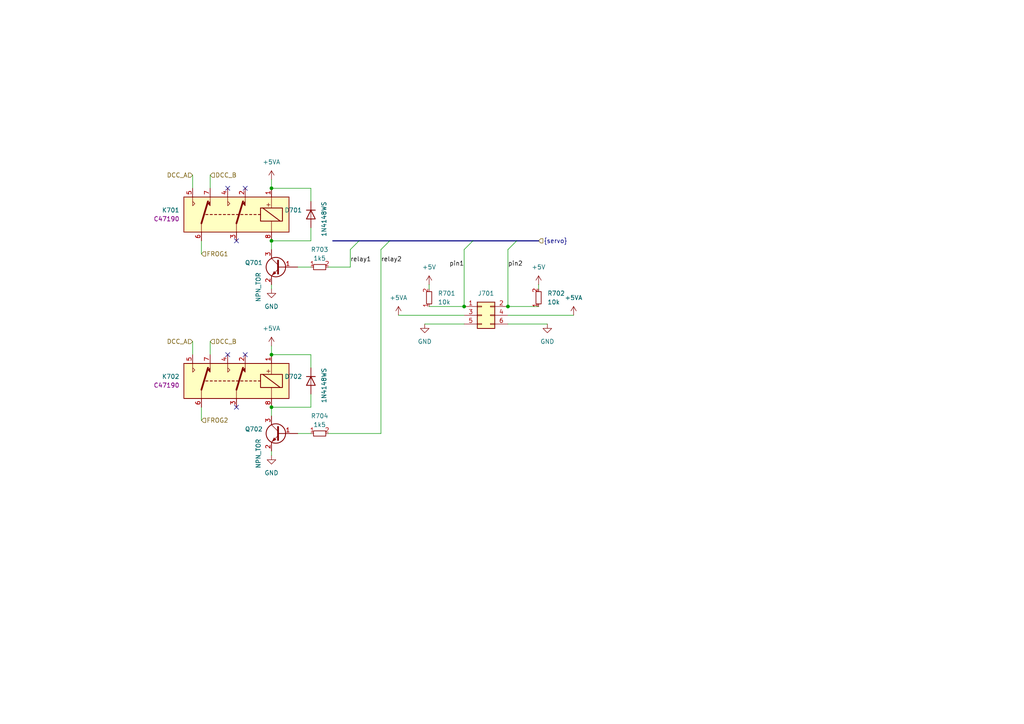
<source format=kicad_sch>
(kicad_sch (version 20231120) (generator "eeschema") (generator_version "8.0")
  (paper "A4")
  (lib_symbols
    (symbol "Connector_Generic:Conn_02x03_Odd_Even" (pin_names (offset 1.016) hide)
      (property "Reference" "J" (at 1.27 5.08 0))
      (property "Value" "Conn_02x03_Odd_Even" (at 1.27 -5.08 0))
      (symbol "Conn_02x03_Odd_Even_1_1"
        (rectangle (start -1.27 -2.413) (end 0 -2.667) (stroke (width 0.1524)))
        (rectangle (start -1.27 0.127) (end 0 -0.127) (stroke (width 0.1524)))
        (rectangle (start -1.27 2.667) (end 0 2.413) (stroke (width 0.1524)))
        (rectangle (start -1.27 3.81) (end 3.81 -3.81) (stroke (width 0.254)) (fill (type background)))
        (rectangle (start 3.81 -2.413) (end 2.54 -2.667) (stroke (width 0.1524)))
        (rectangle (start 3.81 0.127) (end 2.54 -0.127) (stroke (width 0.1524)))
        (rectangle (start 3.81 2.667) (end 2.54 2.413) (stroke (width 0.1524)))
        (pin passive line (at -5.08 2.54 0) (length 3.81) (name "Pin_1") (number "1"))
        (pin passive line (at 7.62 2.54 180) (length 3.81) (name "Pin_2") (number "2"))
        (pin passive line (at -5.08 0 0) (length 3.81) (name "Pin_3") (number "3"))
        (pin passive line (at 7.62 0 180) (length 3.81) (name "Pin_4") (number "4"))
        (pin passive line (at -5.08 -2.54 0) (length 3.81) (name "Pin_5") (number "5"))
        (pin passive line (at 7.62 -2.54 180) (length 3.81) (name "Pin_6") (number "6"))
      )
    )
    (symbol "custom_kicad_lib_sk:1N4148WS" (pin_numbers hide) (pin_names hide)
      (property "Reference" "D" (at 0 2.54 0))
      (property "Value" "1N4148WS" (at 0 -2.54 0))
      (symbol "1N4148WS_0_1"
        (polyline (pts (xy -1.27 1.27) (xy -1.27 -1.27)) (stroke (width 0.254)))
        (polyline (pts (xy 1.27 0) (xy -1.27 0)))
        (polyline (pts (xy 1.27 1.27) (xy 1.27 -1.27) (xy -1.27 0) (xy 1.27 1.27)) (stroke (width 0.254)))
      )
      (symbol "1N4148WS_1_1"
        (pin passive line (at -3.81 0 0) (length 2.54) (name "K") (number "1"))
        (pin passive line (at 3.81 0 180) (length 2.54) (name "A") (number "2"))
      )
    )
    (symbol "custom_kicad_lib_sk:G6K-2"
      (property "Reference" "K" (at 16.51 3.81 0))
      (property "JLCPCB Part#" "C47190" (at 0 0 0))
      (symbol "G6K-2_0_0"
        (text "+" (at -9.271 2.921 0) (effects (font (size 1.27 1.27))))
      )
      (symbol "G6K-2_0_1"
        (rectangle (start -15.24 5.08) (end 15.24 -5.08) (stroke (width 0.254)) (fill (type background)))
        (rectangle (start -13.335 1.905) (end -6.985 -1.905) (stroke (width 0.254)))
        (polyline (pts (xy -12.7 -1.905) (xy -7.62 1.905)) (stroke (width 0.254)))
        (polyline (pts (xy -10.16 -5.08) (xy -10.16 -1.905)))
        (polyline (pts (xy -10.16 5.08) (xy -10.16 1.905)))
        (polyline (pts (xy -6.985 0) (xy -6.35 0)) (stroke (width 0.254)))
        (polyline (pts (xy -5.715 0) (xy -5.08 0)) (stroke (width 0.254)))
        (polyline (pts (xy -4.445 0) (xy -3.81 0)) (stroke (width 0.254)))
        (polyline (pts (xy -3.175 0) (xy -2.54 0)) (stroke (width 0.254)))
        (polyline (pts (xy -1.905 0) (xy -1.27 0)) (stroke (width 0.254)))
        (polyline (pts (xy -0.635 0) (xy 0 0)) (stroke (width 0.254)))
        (polyline (pts (xy 0 -2.54) (xy -1.905 3.81)) (stroke (width 0.508)))
        (polyline (pts (xy 0 -2.54) (xy 0 -5.08)))
        (polyline (pts (xy 0.635 0) (xy 1.27 0)) (stroke (width 0.254)))
        (polyline (pts (xy 1.905 0) (xy 2.54 0)) (stroke (width 0.254)))
        (polyline (pts (xy 3.175 0) (xy 3.81 0)) (stroke (width 0.254)))
        (polyline (pts (xy 4.445 0) (xy 5.08 0)) (stroke (width 0.254)))
        (polyline (pts (xy 5.715 0) (xy 6.35 0)) (stroke (width 0.254)))
        (polyline (pts (xy 6.985 0) (xy 7.62 0)) (stroke (width 0.254)))
        (polyline (pts (xy 8.255 0) (xy 8.89 0)) (stroke (width 0.254)))
        (polyline (pts (xy 10.16 -2.54) (xy 8.255 3.81)) (stroke (width 0.508)))
        (polyline (pts (xy 10.16 -2.54) (xy 10.16 -5.08)))
        (polyline (pts (xy -2.54 5.08) (xy -2.54 2.54) (xy -1.905 3.175) (xy -2.54 3.81)) (fill (type outline)))
        (polyline (pts (xy 2.54 5.08) (xy 2.54 2.54) (xy 1.905 3.175) (xy 2.54 3.81)))
        (polyline (pts (xy 7.62 5.08) (xy 7.62 2.54) (xy 8.255 3.175) (xy 7.62 3.81)) (fill (type outline)))
        (polyline (pts (xy 12.7 5.08) (xy 12.7 2.54) (xy 12.065 3.175) (xy 12.7 3.81)))
      )
      (symbol "G6K-2_1_1"
        (pin passive line (at -10.16 7.62 270) (length 2.54) (name "~") (number "1"))
        (pin passive line (at -2.54 7.62 270) (length 2.54) (name "~") (number "2"))
        (pin passive line (at 0 -7.62 90) (length 2.54) (name "~") (number "3"))
        (pin passive line (at 2.54 7.62 270) (length 2.54) (name "~") (number "4"))
        (pin passive line (at 12.7 7.62 270) (length 2.54) (name "~") (number "5"))
        (pin passive line (at 10.16 -7.62 90) (length 2.54) (name "~") (number "6"))
        (pin passive line (at 7.62 7.62 270) (length 2.54) (name "~") (number "7"))
        (pin passive line (at -10.16 -7.62 90) (length 2.54) (name "~") (number "8"))
      )
    )
    (symbol "custom_kicad_lib_sk:NPN_TOR" (pin_names (offset 0) hide)
      (property "Reference" "Q" (at 5.08 1.905 0))
      (property "Value" "NPN_TOR" (at 5.08 0 0))
      (symbol "NPN_TOR_0_1"
        (polyline (pts (xy 0.635 0.635) (xy 2.54 2.54)))
        (polyline (pts (xy 0.635 -0.635) (xy 2.54 -2.54) (xy 2.54 -2.54)))
        (polyline (pts (xy 0.635 1.905) (xy 0.635 -1.905) (xy 0.635 -1.905)) (stroke (width 0.508)))
        (polyline (pts (xy 1.27 -1.778) (xy 1.778 -1.27) (xy 2.286 -2.286) (xy 1.27 -1.778) (xy 1.27 -1.778)) (fill (type outline)))
        (circle (center 1.27 0) (radius 2.8194) (stroke (width 0.254)))
      )
      (symbol "NPN_TOR_1_1"
        (pin input line (at -5.08 0 0) (length 5.715) (name "B") (number "1"))
        (pin passive line (at 2.54 -5.08 90) (length 2.54) (name "E") (number "2"))
        (pin passive line (at 2.54 5.08 270) (length 2.54) (name "C") (number "3"))
      )
    )
    (symbol "power:+5V" (power) (pin_numbers hide) (pin_names (offset 0) hide)
      (property "Value" "+5V" (at 0 3.556 0))
      (symbol "+5V_0_1"
        (polyline (pts (xy -0.762 1.27) (xy 0 2.54)))
        (polyline (pts (xy 0 0) (xy 0 2.54)))
        (polyline (pts (xy 0 2.54) (xy 0.762 1.27)))
      )
      (symbol "+5V_1_1"
        (pin power_in line (at 0 0 90) (length 0) (name "~") (number "1"))
      )
    )
    (symbol "power:+5VA" (power) (pin_names (offset 0))
      (property "Value" "+5VA" (at 0 3.556 0))
      (symbol "+5VA_0_1"
        (polyline (pts (xy -0.762 1.27) (xy 0 2.54)))
        (polyline (pts (xy 0 0) (xy 0 2.54)))
        (polyline (pts (xy 0 2.54) (xy 0.762 1.27)))
      )
      (symbol "+5VA_1_1"
        (pin power_in line (at 0 0 90) (length 0) hide (name "+5VA") (number "1"))
      )
    )
    (symbol "power:GND" (power) (pin_names (offset 0))
      (property "Value" "GND" (at 0 -3.81 0))
      (symbol "GND_0_1"
        (polyline (pts (xy 0 0) (xy 0 -1.27) (xy 1.27 -1.27) (xy 0 -2.54) (xy -1.27 -1.27) (xy 0 -1.27)))
      )
      (symbol "GND_1_1"
        (pin power_in line (at 0 0 270) (length 0) hide (name "GND") (number "1"))
      )
    )
    (symbol "resistors_0603:R_10k_0603"
      (property "Reference" "R" (at 1.27 2.54 0))
      (property "Value" "10k" (at 2.54 -2.54 0))
      (symbol "R_10k_0603_0_1"
        (rectangle (start -0.762 1.778) (end 0.762 -1.778) (stroke (width 0.2032)))
      )
      (symbol "R_10k_0603_1_1"
        (pin passive line (at 0 2.54 270) (length 0.762) (name "~") (number "1"))
        (pin passive line (at 0 -2.54 90) (length 0.762) (name "~") (number "2"))
      )
    )
    (symbol "resistors_0603:R_1k5_0603"
      (property "Reference" "R" (at 1.27 2.54 0))
      (property "Value" "1k5" (at 2.54 -2.54 0))
      (symbol "R_1k5_0603_0_1"
        (rectangle (start -0.762 1.778) (end 0.762 -1.778) (stroke (width 0.2032)))
      )
      (symbol "R_1k5_0603_1_1"
        (pin passive line (at 0 2.54 270) (length 0.762) (name "~") (number "1"))
        (pin passive line (at 0 -2.54 90) (length 0.762) (name "~") (number "2"))
      )
    )
  )
  (junction (at 147.32 88.9))
  (junction (at 78.74 118.11))
  (junction (at 78.74 54.61))
  (junction (at 134.62 88.9))
  (junction (at 78.74 69.85))
  (junction (at 78.74 102.87))
  (no_connect (at 66.04 54.61))
  (no_connect (at 68.58 69.85))
  (no_connect (at 71.12 54.61))
  (no_connect (at 68.58 118.11))
  (no_connect (at 66.04 102.87))
  (no_connect (at 71.12 102.87))
  (bus_entry (at 104.14 69.85) (size -2.54 2.54))
  (bus_entry (at 113.03 69.85) (size -2.54 2.54))
  (bus_entry (at 149.86 69.85) (size -2.54 2.54))
  (bus_entry (at 137.16 69.85) (size -2.54 2.54))
  (wire (pts (xy 134.62 93.98) (xy 123.19 93.98)))
  (wire (pts (xy 78.74 118.11) (xy 78.74 120.65)))
  (wire (pts (xy 134.62 72.39) (xy 134.62 88.9)))
  (wire (pts (xy 58.42 69.85) (xy 58.42 73.66)))
  (wire (pts (xy 147.32 88.9) (xy 156.21 88.9)))
  (wire (pts (xy 90.17 58.42) (xy 90.17 54.61)))
  (wire (pts (xy 124.46 88.9) (xy 134.62 88.9)))
  (wire (pts (xy 156.21 82.55) (xy 156.21 83.82)))
  (bus (pts (xy 104.14 69.85) (xy 113.03 69.85)))
  (wire (pts (xy 60.96 99.06) (xy 60.96 102.87)))
  (wire (pts (xy 86.36 125.73) (xy 90.17 125.73)))
  (wire (pts (xy 78.74 82.55) (xy 78.74 83.82)))
  (wire (pts (xy 124.46 82.55) (xy 124.46 83.82)))
  (bus (pts (xy 137.16 69.85) (xy 149.86 69.85)))
  (wire (pts (xy 115.57 91.44) (xy 134.62 91.44)))
  (wire (pts (xy 78.74 130.81) (xy 78.74 132.08)))
  (bus (pts (xy 96.52 69.85) (xy 104.14 69.85)))
  (wire (pts (xy 95.25 77.47) (xy 101.6 77.47)))
  (wire (pts (xy 147.32 72.39) (xy 147.32 88.9)))
  (wire (pts (xy 147.32 93.98) (xy 158.75 93.98)))
  (wire (pts (xy 95.25 125.73) (xy 110.49 125.73)))
  (wire (pts (xy 78.74 118.11) (xy 90.17 118.11)))
  (wire (pts (xy 110.49 72.39) (xy 110.49 125.73)))
  (wire (pts (xy 90.17 69.85) (xy 90.17 66.04)))
  (wire (pts (xy 58.42 118.11) (xy 58.42 121.92)))
  (wire (pts (xy 90.17 54.61) (xy 78.74 54.61)))
  (wire (pts (xy 78.74 52.07) (xy 78.74 54.61)))
  (wire (pts (xy 101.6 77.47) (xy 101.6 72.39)))
  (wire (pts (xy 86.36 77.47) (xy 90.17 77.47)))
  (wire (pts (xy 90.17 118.11) (xy 90.17 114.3)))
  (wire (pts (xy 90.17 106.68) (xy 90.17 102.87)))
  (bus (pts (xy 149.86 69.85) (xy 156.21 69.85)))
  (wire (pts (xy 60.96 50.8) (xy 60.96 54.61)))
  (wire (pts (xy 78.74 100.33) (xy 78.74 102.87)))
  (wire (pts (xy 78.74 69.85) (xy 78.74 72.39)))
  (wire (pts (xy 78.74 69.85) (xy 90.17 69.85)))
  (wire (pts (xy 55.88 50.8) (xy 55.88 54.61)))
  (bus (pts (xy 113.03 69.85) (xy 137.16 69.85)))
  (wire (pts (xy 90.17 102.87) (xy 78.74 102.87)))
  (wire (pts (xy 55.88 99.06) (xy 55.88 102.87)))
  (wire (pts (xy 166.37 91.44) (xy 147.32 91.44)))
  (label "pin1" (at 134.62 77.47 180))
  (label "pin2" (at 147.32 77.47 0))
  (label "relay2" (at 110.49 76.2 0))
  (label "relay1" (at 101.6 76.2 0))
  (hierarchical_label "DCC_B" (shape input) (at 60.96 50.8 0))
  (hierarchical_label "{servo}" (shape input) (at 156.21 69.85 0))
  (hierarchical_label "FROG1" (shape input) (at 58.42 73.66 0))
  (hierarchical_label "DCC_A" (shape input) (at 55.88 50.8 180))
  (hierarchical_label "DCC_A" (shape input) (at 55.88 99.06 180))
  (hierarchical_label "FROG2" (shape input) (at 58.42 121.92 0))
  (hierarchical_label "DCC_B" (shape input) (at 60.96 99.06 0))
  (symbol (lib_id "resistors_0603:R_1k5_0603") (at 92.71 77.47 90) (unit 1)
    (property "Reference" "R703" (at 92.71 72.39 90))
    (property "Value" "1k5" (at 92.71 74.93 90))
    (property "Footprint" "custom_kicad_lib_sk:R_0603_smalltext" (effects (hide yes)))
    (property "JLCPCB Part#" "C22843" (effects (hide yes)))
    (instances (project "OS-servoDriver_relay" (path "" (reference "R703") (unit 1)) (path "" (reference "R803") (unit 1)) (path "" (reference "R906") (unit 1))))
  )
  (symbol (lib_id "custom_kicad_lib_sk:G6K-2") (at 68.58 110.49 0) (mirror y) (unit 1)
    (property "Reference" "K702" (at 52.07 109.22 0) (effects (justify left)))
    (property "Value" "G6K-2F-Y-TR DC5" (effects (hide yes)))
    (property "Footprint" "Relay_SMD:Relay_DPDT_Omron_G6K-2F-Y" (effects (hide yes)))
    (property "Datasheet" "http://omronfs.omron.com/en_US/ecb/products/pdf/en-g6k.pdf" (effects (hide yes)))
    (property "JLCPCB Part#" "C47190" (at 52.07 111.76 0) (effects (justify left)))
    (instances (project "OS-servoDriver_relay" (path "" (reference "K702") (unit 1)) (path "" (reference "K802") (unit 1)) (path "" (reference "K902") (unit 1))))
  )
  (symbol (lib_id "power:GND") (at 158.75 93.98 0) (unit 1)
    (property "Reference" "#PWR0701" (effects (hide yes)))
    (property "Value" "GND" (at 158.75 99.06 0))
    (instances (project "OS-servoDriver_relay" (path "" (reference "#PWR0701") (unit 1)) (path "" (reference "#PWR0801") (unit 1)) (path "" (reference "#PWR0901") (unit 1))))
  )
  (symbol (lib_id "power:+5VA") (at 166.37 91.44 0) (mirror y) (unit 1)
    (property "Reference" "#PWR0704" (effects (hide yes)))
    (property "Value" "+5VA" (at 166.37 86.36 0))
    (instances (project "OS-servoDriver_relay" (path "" (reference "#PWR0704") (unit 1)) (path "" (reference "#PWR0804") (unit 1)) (path "" (reference "#PWR0904") (unit 1))))
  )
  (symbol (lib_id "power:+5V") (at 124.46 82.55 0) (unit 1)
    (property "Reference" "#PWR0605" (effects (hide yes)))
    (property "Value" "+5V" (at 124.46 77.47 0))
    (property "Description" "Power symbol creates a global label with name \"+5V\"" (effects (hide yes)))
    (instances (project "OS-servoDriver_relay" (path "" (reference "#PWR0605") (unit 1)) (path "" (reference "#PWR0705") (unit 1)) (path "" (reference "#PWR0805") (unit 1))))
  )
  (symbol (lib_id "power:+5V") (at 156.21 82.55 0) (unit 1)
    (property "Reference" "#PWR0606" (effects (hide yes)))
    (property "Value" "+5V" (at 156.21 77.47 0))
    (property "Description" "Power symbol creates a global label with name \"+5V\"" (effects (hide yes)))
    (instances (project "OS-servoDriver_relay" (path "" (reference "#PWR0606") (unit 1)) (path "" (reference "#PWR0706") (unit 1)) (path "" (reference "#PWR0806") (unit 1))))
  )
  (symbol (lib_id "power:+5VA") (at 78.74 100.33 0) (unit 1)
    (property "Reference" "#PWR0707" (effects (hide yes)))
    (property "Value" "+5VA" (at 78.74 95.25 0))
    (instances (project "OS-servoDriver_relay" (path "" (reference "#PWR0707") (unit 1)) (path "" (reference "#PWR0807") (unit 1)) (path "" (reference "#PWR0907") (unit 1))))
  )
  (symbol (lib_id "Connector_Generic:Conn_02x03_Odd_Even") (at 139.7 91.44 0) (unit 1)
    (property "Reference" "J701" (at 140.97 85.09 0))
    (property "Value" "Conn_02x03_Odd_Even" (effects (hide yes)))
    (property "Footprint" "Connector_PinHeader_2.54mm:PinHeader_2x03_P2.54mm_Vertical" (effects (hide yes)))
    (property "JLCPCB Part#" "C65114" (effects (hide yes)))
    (instances (project "OS-servoDriver_relay" (path "" (reference "J701") (unit 1)) (path "" (reference "J801") (unit 1)) (path "" (reference "J901") (unit 1))))
  )
  (symbol (lib_id "custom_kicad_lib_sk:NPN_TOR") (at 81.28 125.73 0) (mirror y) (unit 1)
    (property "Reference" "Q702" (at 76.2 124.46 0) (effects (justify left)))
    (property "Value" "NPN_TOR" (at 74.93 135.89 90) (effects (justify left)))
    (property "Footprint" "Package_TO_SOT_SMD:SOT-23" (effects (hide yes)))
    (property "JLCPCB Part#" "C2145" (effects (hide yes)))
    (instances (project "OS-servoDriver_relay" (path "" (reference "Q702") (unit 1)) (path "" (reference "Q802") (unit 1)) (path "" (reference "Q902") (unit 1))))
  )
  (symbol (lib_id "resistors_0603:R_1k5_0603") (at 92.71 125.73 90) (unit 1)
    (property "Reference" "R704" (at 92.71 120.65 90))
    (property "Value" "1k5" (at 92.71 123.19 90))
    (property "Footprint" "custom_kicad_lib_sk:R_0603_smalltext" (effects (hide yes)))
    (property "JLCPCB Part#" "C22843" (effects (hide yes)))
    (instances (project "OS-servoDriver_relay" (path "" (reference "R704") (unit 1)) (path "" (reference "R804") (unit 1)) (path "" (reference "R907") (unit 1))))
  )
  (symbol (lib_id "custom_kicad_lib_sk:1N4148WS") (at 90.17 110.49 90) (mirror x) (unit 1)
    (property "Reference" "D702" (at 87.63 109.22 90) (effects (justify left)))
    (property "Value" "1N4148WS" (at 93.98 106.68 0) (effects (justify left)))
    (property "Footprint" "Diode_SMD:D_SOD-323" (effects (hide yes)))
    (property "Datasheet" "https://www.vishay.com/docs/85751/1n4148ws.pdf" (effects (hide yes)))
    (property "Sim.Device" "D" (effects (hide yes)))
    (property "Sim.Pins" "1=K 2=A" (effects (hide yes)))
    (property "JLCPCB Part#" "C2128" (effects (hide yes)))
    (instances (project "OS-servoDriver_relay" (path "" (reference "D702") (unit 1)) (path "" (reference "D802") (unit 1)) (path "" (reference "D902") (unit 1))))
  )
  (symbol (lib_id "custom_kicad_lib_sk:1N4148WS") (at 90.17 62.23 90) (mirror x) (unit 1)
    (property "Reference" "D701" (at 87.63 60.96 90) (effects (justify left)))
    (property "Value" "1N4148WS" (at 93.98 58.42 0) (effects (justify left)))
    (property "Footprint" "Diode_SMD:D_SOD-323" (effects (hide yes)))
    (property "Datasheet" "https://www.vishay.com/docs/85751/1n4148ws.pdf" (effects (hide yes)))
    (property "Sim.Device" "D" (effects (hide yes)))
    (property "Sim.Pins" "1=K 2=A" (effects (hide yes)))
    (property "JLCPCB Part#" "C2128" (effects (hide yes)))
    (instances (project "OS-servoDriver_relay" (path "" (reference "D701") (unit 1)) (path "" (reference "D801") (unit 1)) (path "" (reference "D901") (unit 1))))
  )
  (symbol (lib_id "custom_kicad_lib_sk:NPN_TOR") (at 81.28 77.47 0) (mirror y) (unit 1)
    (property "Reference" "Q701" (at 76.2 76.2 0) (effects (justify left)))
    (property "Value" "NPN_TOR" (at 74.93 87.63 90) (effects (justify left)))
    (property "Footprint" "Package_TO_SOT_SMD:SOT-23" (effects (hide yes)))
    (property "JLCPCB Part#" "C2145" (effects (hide yes)))
    (instances (project "OS-servoDriver_relay" (path "" (reference "Q701") (unit 1)) (path "" (reference "Q801") (unit 1)) (path "" (reference "Q901") (unit 1))))
  )
  (symbol (lib_id "custom_kicad_lib_sk:G6K-2") (at 68.58 62.23 0) (mirror y) (unit 1)
    (property "Reference" "K701" (at 52.07 60.96 0) (effects (justify left)))
    (property "Value" "G6K-2F-Y-TR DC5" (effects (hide yes)))
    (property "Footprint" "Relay_SMD:Relay_DPDT_Omron_G6K-2F-Y" (effects (hide yes)))
    (property "Datasheet" "http://omronfs.omron.com/en_US/ecb/products/pdf/en-g6k.pdf" (effects (hide yes)))
    (property "JLCPCB Part#" "C47190" (at 52.07 63.5 0) (effects (justify left)))
    (instances (project "OS-servoDriver_relay" (path "" (reference "K701") (unit 1)) (path "" (reference "K801") (unit 1)) (path "" (reference "K901") (unit 1))))
  )
  (symbol (lib_id "resistors_0603:R_10k_0603") (at 156.21 86.36 180) (unit 1)
    (property "Reference" "R702" (at 158.75 85.09 0) (effects (justify right)))
    (property "Value" "10k" (at 158.75 87.63 0) (effects (justify right)))
    (property "Footprint" "custom_kicad_lib_sk:R_0603_smalltext" (effects (hide yes)))
    (property "JLCPCB Part#" "C25804" (effects (hide yes)))
    (instances (project "OS-servoDriver_relay" (path "" (reference "R702") (unit 1)) (path "" (reference "R802") (unit 1)) (path "" (reference "R905") (unit 1))))
  )
  (symbol (lib_id "power:+5VA") (at 115.57 91.44 0) (unit 1)
    (property "Reference" "#PWR0703" (effects (hide yes)))
    (property "Value" "+5VA" (at 115.57 86.36 0))
    (instances (project "OS-servoDriver_relay" (path "" (reference "#PWR0703") (unit 1)) (path "" (reference "#PWR0803") (unit 1)) (path "" (reference "#PWR0903") (unit 1))))
  )
  (symbol (lib_id "power:+5VA") (at 78.74 52.07 0) (unit 1)
    (property "Reference" "#PWR0709" (effects (hide yes)))
    (property "Value" "+5VA" (at 78.74 46.99 0))
    (instances (project "OS-servoDriver_relay" (path "" (reference "#PWR0709") (unit 1)) (path "" (reference "#PWR0809") (unit 1)) (path "" (reference "#PWR0909") (unit 1))))
  )
  (symbol (lib_id "power:GND") (at 123.19 93.98 0) (mirror y) (unit 1)
    (property "Reference" "#PWR0702" (effects (hide yes)))
    (property "Value" "GND" (at 123.19 99.06 0))
    (instances (project "OS-servoDriver_relay" (path "" (reference "#PWR0702") (unit 1)) (path "" (reference "#PWR0802") (unit 1)) (path "" (reference "#PWR0902") (unit 1))))
  )
  (symbol (lib_id "resistors_0603:R_10k_0603") (at 124.46 86.36 180) (unit 1)
    (property "Reference" "R701" (at 127 85.09 0) (effects (justify right)))
    (property "Value" "10k" (at 127 87.63 0) (effects (justify right)))
    (property "Footprint" "custom_kicad_lib_sk:R_0603_smalltext" (effects (hide yes)))
    (property "JLCPCB Part#" "C25804" (effects (hide yes)))
    (instances (project "OS-servoDriver_relay" (path "" (reference "R701") (unit 1)) (path "" (reference "R801") (unit 1)) (path "" (reference "R904") (unit 1))))
  )
  (symbol (lib_id "power:GND") (at 78.74 83.82 0) (mirror y) (unit 1)
    (property "Reference" "#PWR0708" (effects (hide yes)))
    (property "Value" "GND" (at 78.74 88.9 0))
    (instances (project "OS-servoDriver_relay" (path "" (reference "#PWR0708") (unit 1)) (path "" (reference "#PWR0808") (unit 1)) (path "" (reference "#PWR0908") (unit 1))))
  )
  (symbol (lib_id "power:GND") (at 78.74 132.08 0) (mirror y) (unit 1)
    (property "Reference" "#PWR0710" (effects (hide yes)))
    (property "Value" "GND" (at 78.74 137.16 0))
    (instances (project "OS-servoDriver_relay" (path "" (reference "#PWR0710") (unit 1)) (path "" (reference "#PWR0810") (unit 1)) (path "" (reference "#PWR0910") (unit 1))))
  )
)
</source>
